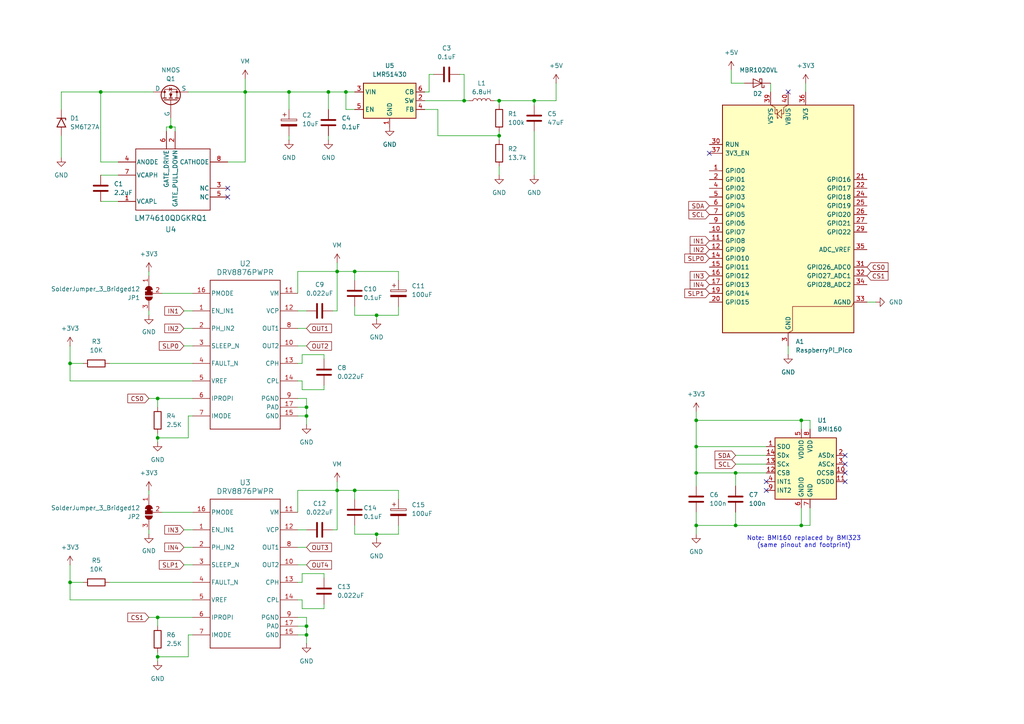
<source format=kicad_sch>
(kicad_sch (version 20250114) (generator "eeschema") (generator_version "9.0")
  (paper "A4")
  (lib_symbols
    (symbol "2025-06-21_14-35-05:LM74610QDGKRQ1" (pin_names (offset 0.254))
      (property "Reference" "U" (at 0 2.54 0))
      (property "Value" "LM74610QDGKRQ1" (at 0.254 -13.462 0))
      (symbol "LM74610QDGKRQ1_0_1"
        (polyline (pts (xy -10.16 8.89) (xy -10.16 -8.89)) (stroke (width 0.2032)))
        (polyline (pts (xy -10.16 -8.89) (xy 11.43 -8.89)) (stroke (width 0.2032)))
        (polyline (pts (xy 11.43 8.89) (xy -10.16 8.89)) (stroke (width 0.2032)))
        (polyline (pts (xy 11.43 -8.89) (xy 11.43 8.89)) (stroke (width 0.2032)))
        (pin power_in line (at -15.24 5.08 0) (length 5.08) (name "ANODE") (number "4"))
        (pin unspecified line (at -15.24 1.27 0) (length 5.08) (name "VCAPH") (number "7"))
        (pin unspecified line (at -15.24 -6.35 0) (length 5.08) (name "VCAPL") (number "1"))
        (pin output line (at -1.27 13.97 270) (length 5.08) (name "GATE_DRIVE") (number "6"))
        (pin unspecified line (at 1.27 13.97 270) (length 5.08) (name "GATE_PULL_DOWN") (number "2"))
        (pin output line (at 16.51 5.08 180) (length 5.08) (name "CATHODE") (number "8"))
        (pin unspecified line (at 16.51 -2.54 180) (length 5.08) (name "NC") (number "3"))
        (pin unspecified line (at 16.51 -5.08 180) (length 5.08) (name "NC") (number "5"))
      )
    )
    (symbol "DRV8876PWPR_1" (pin_names (offset 0.254))
      (property "Reference" "U2" (at 0 38.1 0))
      (property "Value" "DRV8876PWPR" (at -5.08 35.56 0))
      (symbol "DRV8876PWPR_1_0_1"
        (polyline (pts (xy -10.16 21.59) (xy -10.16 -21.59)) (stroke (width 0.2032)))
        (polyline (pts (xy -10.16 -21.59) (xy 10.16 -21.59)) (stroke (width 0.2032)))
        (polyline (pts (xy 10.16 21.59) (xy -10.16 21.59)) (stroke (width 0.2032)))
        (polyline (pts (xy 10.16 -21.59) (xy 10.16 21.59)) (stroke (width 0.2032)))
        (pin input line (at -15.24 17.78 0) (length 5.08) (name "PMODE") (number "16"))
        (pin input line (at -15.24 12.7 0) (length 5.08) (name "EN_IN1") (number "1"))
        (pin input line (at -15.24 7.62 0) (length 5.08) (name "PH_IN2") (number "2"))
        (pin input line (at -15.24 2.54 0) (length 5.08) (name "SLEEP_N") (number "3"))
        (pin open_collector line (at -15.24 -2.54 0) (length 5.08) (name "FAULT_N") (number "4"))
        (pin power_in line (at -15.24 -7.62 0) (length 5.08) (name "VREF") (number "5"))
        (pin output line (at -15.24 -12.7 0) (length 5.08) (name "IPROPI") (number "6"))
        (pin input line (at -15.24 -17.78 0) (length 5.08) (name "IMODE") (number "7"))
        (pin power_in line (at 15.24 17.78 180) (length 5.08) (name "VM") (number "11"))
        (pin power_in line (at 15.24 12.7 180) (length 5.08) (name "VCP") (number "12"))
        (pin output line (at 15.24 7.62 180) (length 5.08) (name "OUT1") (number "8"))
        (pin output line (at 15.24 2.54 180) (length 5.08) (name "OUT2") (number "10"))
        (pin power_in line (at 15.24 -2.54 180) (length 5.08) (name "CPH") (number "13"))
        (pin power_in line (at 15.24 -7.62 180) (length 5.08) (name "CPL") (number "14"))
        (pin power_in line (at 15.24 -12.7 180) (length 5.08) (name "PGND") (number "9"))
        (pin power_in line (at 15.24 -15.24 180) (length 5.08) (name "PAD") (number "17"))
        (pin power_in line (at 15.24 -17.78 180) (length 5.08) (name "GND") (number "15"))
      )
    )
    (symbol "Device:C" (pin_numbers (hide yes)) (pin_names (offset 0.254))
      (property "Reference" "C" (at 0.635 2.54 0))
      (property "Value" "C" (at 0.635 -2.54 0))
      (symbol "C_0_1"
        (polyline (pts (xy -2.032 0.762) (xy 2.032 0.762)) (stroke (width 0.508)))
        (polyline (pts (xy -2.032 -0.762) (xy 2.032 -0.762)) (stroke (width 0.508)))
      )
      (symbol "C_1_1"
        (pin passive line (at 0 3.81 270) (length 2.794) (name "~") (number "1"))
        (pin passive line (at 0 -3.81 90) (length 2.794) (name "~") (number "2"))
      )
    )
    (symbol "Device:C_Polarized" (pin_numbers (hide yes)) (pin_names (offset 0.254))
      (property "Reference" "C" (at 0.635 2.54 0))
      (property "Value" "C_Polarized" (at 0.635 -2.54 0))
      (symbol "C_Polarized_0_1"
        (rectangle (start -2.286 0.508) (end 2.286 1.016))
        (polyline (pts (xy -1.778 2.286) (xy -0.762 2.286)))
        (polyline (pts (xy -1.27 2.794) (xy -1.27 1.778)))
        (rectangle (start 2.286 -0.508) (end -2.286 -1.016) (fill (type outline)))
      )
      (symbol "C_Polarized_1_1"
        (pin passive line (at 0 3.81 270) (length 2.794) (name "~") (number "1"))
        (pin passive line (at 0 -3.81 90) (length 2.794) (name "~") (number "2"))
      )
    )
    (symbol "Device:L" (pin_numbers (hide yes)) (pin_names (offset 1.016) (hide yes))
      (property "Reference" "L" (at -1.27 0 90))
      (property "Value" "L" (at 1.905 0 90))
      (symbol "L_0_1"
        (arc (start 0 2.54) (mid 0.6323 1.905) (end 0 1.27))
        (arc (start 0 1.27) (mid 0.6323 0.635) (end 0 0))
        (arc (start 0 0) (mid 0.6323 -0.635) (end 0 -1.27))
        (arc (start 0 -1.27) (mid 0.6323 -1.905) (end 0 -2.54))
      )
      (symbol "L_1_1"
        (pin passive line (at 0 3.81 270) (length 1.27) (name "1") (number "1"))
        (pin passive line (at 0 -3.81 90) (length 1.27) (name "2") (number "2"))
      )
    )
    (symbol "Device:R" (pin_numbers (hide yes)) (pin_names (offset 0))
      (property "Reference" "R" (at 2.032 0 90))
      (property "Value" "R" (at 0 0 90))
      (symbol "R_0_1"
        (rectangle (start -1.016 -2.54) (end 1.016 2.54) (stroke (width 0.254)))
      )
      (symbol "R_1_1"
        (pin passive line (at 0 3.81 270) (length 1.27) (name "~") (number "1"))
        (pin passive line (at 0 -3.81 90) (length 1.27) (name "~") (number "2"))
      )
    )
    (symbol "Diode:MBR1020VL" (pin_numbers (hide yes)) (pin_names (hide yes))
      (property "Reference" "D" (at 0 2.54 0))
      (property "Value" "MBR1020VL" (at 0 -2.54 0))
      (symbol "MBR1020VL_0_1"
        (polyline (pts (xy -1.905 0.635) (xy -1.905 1.27) (xy -1.27 1.27) (xy -1.27 -1.27) (xy -0.635 -1.27) (xy -0.635 -0.635)) (stroke (width 0.2032)))
        (polyline (pts (xy 1.27 1.27) (xy 1.27 -1.27) (xy -1.27 0) (xy 1.27 1.27)) (stroke (width 0.2032)))
        (polyline (pts (xy 1.27 0) (xy -1.27 0)))
      )
      (symbol "MBR1020VL_1_1"
        (pin passive line (at -3.81 0 0) (length 2.54) (name "K") (number "1"))
        (pin passive line (at 3.81 0 180) (length 2.54) (name "A") (number "2"))
      )
    )
    (symbol "Diode:SM6T27A" (pin_numbers (hide yes)) (pin_names (offset 1.016) (hide yes))
      (property "Reference" "D" (at 0 2.54 0))
      (property "Value" "SM6T27A" (at 0 -2.54 0))
      (symbol "SM6T27A_0_1"
        (polyline (pts (xy -0.762 1.27) (xy -1.27 1.27) (xy -1.27 -1.27)) (stroke (width 0.254)))
        (polyline (pts (xy 1.27 1.27) (xy 1.27 -1.27) (xy -1.27 0) (xy 1.27 1.27)) (stroke (width 0.254)))
      )
      (symbol "SM6T27A_1_1"
        (pin passive line (at -3.81 0 0) (length 2.54) (name "A1") (number "1"))
        (pin passive line (at 3.81 0 180) (length 2.54) (name "A2") (number "2"))
      )
    )
    (symbol "Jumper:SolderJumper_3_Bridged12" (pin_names (offset 0) (hide yes)) (in_bom no)
      (property "Reference" "JP" (at -2.54 -2.54 0))
      (property "Value" "SolderJumper_3_Bridged12" (at 0 2.794 0))
      (symbol "SolderJumper_3_Bridged12_0_1"
        (polyline (pts (xy -2.54 0) (xy -2.032 0)))
        (polyline (pts (xy -1.016 1.016) (xy -1.016 -1.016)))
        (rectangle (start -1.016 0.508) (end -0.508 -0.508) (fill (type outline)))
        (arc (start -1.016 -1.016) (mid -2.0276 0) (end -1.016 1.016))
        (arc (start -1.016 -1.016) (mid -2.0276 0) (end -1.016 1.016) (fill (type outline)))
        (rectangle (start -0.508 1.016) (end 0.508 -1.016) (fill (type outline)))
        (polyline (pts (xy 0 -1.27) (xy 0 -1.016)))
        (arc (start 1.016 1.016) (mid 2.0276 0) (end 1.016 -1.016))
        (arc (start 1.016 1.016) (mid 2.0276 0) (end 1.016 -1.016) (fill (type outline)))
        (polyline (pts (xy 1.016 1.016) (xy 1.016 -1.016)))
        (polyline (pts (xy 2.54 0) (xy 2.032 0)))
      )
      (symbol "SolderJumper_3_Bridged12_1_1"
        (pin passive line (at -5.08 0 0) (length 2.54) (name "A") (number "1"))
        (pin passive line (at 0 -3.81 90) (length 2.54) (name "C") (number "2"))
        (pin passive line (at 5.08 0 180) (length 2.54) (name "B") (number "3"))
      )
    )
    (symbol "MCU_Module:RaspberryPi_Pico" (pin_names (offset 0.762))
      (property "Reference" "A" (at -19.05 35.56 0))
      (property "Value" "RaspberryPi_Pico" (at 7.62 35.56 0))
      (symbol "RaspberryPi_Pico_0_1"
        (rectangle (start -19.05 34.29) (end 19.05 -31.75) (stroke (width 0.254)) (fill (type background)))
        (polyline (pts (xy -5.08 34.29) (xy -3.81 33.655) (xy -3.81 31.75) (xy -3.175 31.75)))
        (polyline (pts (xy -3.429 32.766) (xy -3.429 33.02) (xy -3.175 33.02) (xy -3.175 30.48) (xy -2.921 30.48) (xy -2.921 30.734)))
        (polyline (pts (xy -3.175 31.75) (xy -1.905 33.02) (xy -1.905 30.48) (xy -3.175 31.75)))
        (polyline (pts (xy 0 34.29) (xy -1.27 33.655) (xy -1.27 31.75) (xy -1.905 31.75)))
        (polyline (pts (xy 0 -31.75) (xy 1.27 -31.115) (xy 1.27 -24.13) (xy 18.415 -24.13) (xy 19.05 -22.86)))
      )
      (symbol "RaspberryPi_Pico_1_1"
        (pin passive line (at -22.86 22.86 0) (length 3.81) (name "RUN") (number "30"))
        (pin passive line (at -22.86 20.32 0) (length 3.81) (name "3V3_EN") (number "37"))
        (pin bidirectional line (at -22.86 15.24 0) (length 3.81) (name "GPIO0") (number "1"))
        (pin bidirectional line (at -22.86 12.7 0) (length 3.81) (name "GPIO1") (number "2"))
        (pin bidirectional line (at -22.86 10.16 0) (length 3.81) (name "GPIO2") (number "4"))
        (pin bidirectional line (at -22.86 7.62 0) (length 3.81) (name "GPIO3") (number "5"))
        (pin bidirectional line (at -22.86 5.08 0) (length 3.81) (name "GPIO4") (number "6"))
        (pin bidirectional line (at -22.86 2.54 0) (length 3.81) (name "GPIO5") (number "7"))
        (pin bidirectional line (at -22.86 0 0) (length 3.81) (name "GPIO6") (number "9"))
        (pin bidirectional line (at -22.86 -2.54 0) (length 3.81) (name "GPIO7") (number "10"))
        (pin bidirectional line (at -22.86 -5.08 0) (length 3.81) (name "GPIO8") (number "11"))
        (pin bidirectional line (at -22.86 -7.62 0) (length 3.81) (name "GPIO9") (number "12"))
        (pin bidirectional line (at -22.86 -10.16 0) (length 3.81) (name "GPIO10") (number "14"))
        (pin bidirectional line (at -22.86 -12.7 0) (length 3.81) (name "GPIO11") (number "15"))
        (pin bidirectional line (at -22.86 -15.24 0) (length 3.81) (name "GPIO12") (number "16"))
        (pin bidirectional line (at -22.86 -17.78 0) (length 3.81) (name "GPIO13") (number "17"))
        (pin bidirectional line (at -22.86 -20.32 0) (length 3.81) (name "GPIO14") (number "19"))
        (pin bidirectional line (at -22.86 -22.86 0) (length 3.81) (name "GPIO15") (number "20"))
        (pin power_in line (at -5.08 38.1 270) (length 3.81) (name "VSYS") (number "39"))
        (pin power_out line (at 0 38.1 270) (length 3.81) (name "VBUS") (number "40"))
        (pin passive line (at 0 -35.56 90) (length 3.81) (hide yes) (name "GND") (number "13"))
        (pin passive line (at 0 -35.56 90) (length 3.81) (hide yes) (name "GND") (number "18"))
        (pin passive line (at 0 -35.56 90) (length 3.81) (hide yes) (name "GND") (number "23"))
        (pin passive line (at 0 -35.56 90) (length 3.81) (hide yes) (name "GND") (number "28"))
        (pin power_out line (at 0 -35.56 90) (length 3.81) (name "GND") (number "3"))
        (pin passive line (at 0 -35.56 90) (length 3.81) (hide yes) (name "GND") (number "38"))
        (pin passive line (at 0 -35.56 90) (length 3.81) (hide yes) (name "GND") (number "8"))
        (pin power_out line (at 5.08 38.1 270) (length 3.81) (name "3V3") (number "36"))
        (pin bidirectional line (at 22.86 12.7 180) (length 3.81) (name "GPIO16") (number "21"))
        (pin bidirectional line (at 22.86 10.16 180) (length 3.81) (name "GPIO17") (number "22"))
        (pin bidirectional line (at 22.86 7.62 180) (length 3.81) (name "GPIO18") (number "24"))
        (pin bidirectional line (at 22.86 5.08 180) (length 3.81) (name "GPIO19") (number "25"))
        (pin bidirectional line (at 22.86 2.54 180) (length 3.81) (name "GPIO20") (number "26"))
        (pin bidirectional line (at 22.86 0 180) (length 3.81) (name "GPIO21") (number "27"))
        (pin bidirectional line (at 22.86 -2.54 180) (length 3.81) (name "GPIO22") (number "29"))
        (pin power_in line (at 22.86 -7.62 180) (length 3.81) (name "ADC_VREF") (number "35"))
        (pin bidirectional line (at 22.86 -12.7 180) (length 3.81) (name "GPIO26_ADC0") (number "31"))
        (pin bidirectional line (at 22.86 -15.24 180) (length 3.81) (name "GPIO27_ADC1") (number "32"))
        (pin bidirectional line (at 22.86 -17.78 180) (length 3.81) (name "GPIO28_ADC2") (number "34"))
        (pin power_out line (at 22.86 -22.86 180) (length 3.81) (name "AGND") (number "33"))
      )
    )
    (symbol "Regulator_Switching:LMR51430"
      (property "Reference" "U" (at -7.62 6.35 0))
      (property "Value" "LMR51430" (at 0 6.35 0))
      (symbol "LMR51430_0_1"
        (rectangle (start -7.62 5.08) (end 7.62 -5.08) (stroke (width 0.254)) (fill (type background)))
      )
      (symbol "LMR51430_1_1"
        (pin power_in line (at -10.16 2.54 0) (length 2.54) (name "VIN") (number "3"))
        (pin input line (at -10.16 -2.54 0) (length 2.54) (name "EN") (number "5"))
        (pin power_in line (at 0 -7.62 90) (length 2.54) (name "GND") (number "1"))
        (pin passive line (at 10.16 2.54 180) (length 2.54) (name "CB") (number "6"))
        (pin power_out line (at 10.16 0 180) (length 2.54) (name "SW") (number "2"))
        (pin input line (at 10.16 -2.54 180) (length 2.54) (name "FB") (number "4"))
      )
    )
    (symbol "Sensor_Motion:BMI160"
      (property "Reference" "U" (at -10.16 8.89 0))
      (property "Value" "BMI160" (at 7.62 8.89 0))
      (symbol "BMI160_1_1"
        (rectangle (start -10.16 7.62) (end 7.62 -10.16) (stroke (width 0.254)) (fill (type background)))
        (pin bidirectional line (at -12.7 5.08 0) (length 2.54) (name "SDO") (number "1"))
        (pin bidirectional line (at -12.7 2.54 0) (length 2.54) (name "SDx") (number "14"))
        (pin input line (at -12.7 0 0) (length 2.54) (name "SCx") (number "13"))
        (pin input line (at -12.7 -2.54 0) (length 2.54) (name "CSB") (number "12"))
        (pin bidirectional line (at -12.7 -5.08 0) (length 2.54) (name "INT1") (number "4"))
        (pin bidirectional line (at -12.7 -7.62 0) (length 2.54) (name "INT2") (number "9"))
        (pin power_in line (at -2.54 10.16 270) (length 2.54) (name "VDDIO") (number "5"))
        (pin power_in line (at -2.54 -12.7 90) (length 2.54) (name "GNDIO") (number "6"))
        (pin power_in line (at 0 10.16 270) (length 2.54) (name "VDD") (number "8"))
        (pin power_in line (at 0 -12.7 90) (length 2.54) (name "GND") (number "7"))
        (pin bidirectional line (at 10.16 2.54 180) (length 2.54) (name "ASDx") (number "2"))
        (pin output line (at 10.16 0 180) (length 2.54) (name "ASCx") (number "3"))
        (pin bidirectional line (at 10.16 -2.54 180) (length 2.54) (name "OCSB") (number "10"))
        (pin bidirectional line (at 10.16 -5.08 180) (length 2.54) (name "OSDO") (number "11"))
      )
    )
    (symbol "Simulation_SPICE:NMOS" (pin_numbers (hide yes)) (pin_names (offset 0))
      (property "Reference" "Q" (at 5.08 1.27 0))
      (property "Value" "NMOS" (at 5.08 -1.27 0))
      (symbol "NMOS_0_1"
        (polyline (pts (xy 0.254 1.905) (xy 0.254 -1.905)) (stroke (width 0.254)))
        (polyline (pts (xy 0.254 0) (xy -2.54 0)))
        (polyline (pts (xy 0.762 2.286) (xy 0.762 1.27)) (stroke (width 0.254)))
        (polyline (pts (xy 0.762 0.508) (xy 0.762 -0.508)) (stroke (width 0.254)))
        (polyline (pts (xy 0.762 -1.27) (xy 0.762 -2.286)) (stroke (width 0.254)))
        (polyline (pts (xy 0.762 -1.778) (xy 3.302 -1.778) (xy 3.302 1.778) (xy 0.762 1.778)))
        (polyline (pts (xy 1.016 0) (xy 2.032 0.381) (xy 2.032 -0.381) (xy 1.016 0)) (fill (type outline)))
        (circle (center 1.651 0) (radius 2.794) (stroke (width 0.254)))
        (polyline (pts (xy 2.54 2.54) (xy 2.54 1.778)))
        (circle (center 2.54 1.778) (radius 0.254) (fill (type outline)))
        (circle (center 2.54 -1.778) (radius 0.254) (fill (type outline)))
        (polyline (pts (xy 2.54 -2.54) (xy 2.54 0) (xy 0.762 0)))
        (polyline (pts (xy 2.794 0.508) (xy 2.921 0.381) (xy 3.683 0.381) (xy 3.81 0.254)))
        (polyline (pts (xy 3.302 0.381) (xy 2.921 -0.254) (xy 3.683 -0.254) (xy 3.302 0.381)))
      )
      (symbol "NMOS_1_1"
        (pin input line (at -5.08 0 0) (length 2.54) (name "G") (number "2"))
        (pin passive line (at 2.54 5.08 270) (length 2.54) (name "D") (number "1"))
        (pin passive line (at 2.54 -5.08 90) (length 2.54) (name "S") (number "3"))
      )
    )
    (symbol "power:+3V3" (power) (pin_numbers (hide yes)) (pin_names (offset 0) (hide yes))
      (property "Value" "+3V3" (at 0 3.556 0))
      (symbol "+3V3_0_1"
        (polyline (pts (xy -0.762 1.27) (xy 0 2.54)))
        (polyline (pts (xy 0 2.54) (xy 0.762 1.27)))
        (polyline (pts (xy 0 0) (xy 0 2.54)))
      )
      (symbol "+3V3_1_1"
        (pin power_in line (at 0 0 90) (length 0) (name "~") (number "1"))
      )
    )
    (symbol "power:+5V" (power) (pin_numbers (hide yes)) (pin_names (offset 0) (hide yes))
      (property "Value" "+5V" (at 0 3.556 0))
      (symbol "+5V_0_1"
        (polyline (pts (xy -0.762 1.27) (xy 0 2.54)))
        (polyline (pts (xy 0 2.54) (xy 0.762 1.27)))
        (polyline (pts (xy 0 0) (xy 0 2.54)))
      )
      (symbol "+5V_1_1"
        (pin power_in line (at 0 0 90) (length 0) (name "~") (number "1"))
      )
    )
    (symbol "power:GND" (power) (pin_numbers (hide yes)) (pin_names (offset 0) (hide yes))
      (property "Value" "GND" (at 0 -3.81 0))
      (symbol "GND_0_1"
        (polyline (pts (xy 0 0) (xy 0 -1.27) (xy 1.27 -1.27) (xy 0 -2.54) (xy -1.27 -1.27) (xy 0 -1.27)))
      )
      (symbol "GND_1_1"
        (pin power_in line (at 0 0 270) (length 0) (name "~") (number "1"))
      )
    )
    (symbol "power:VMEM" (power) (pin_numbers (hide yes)) (pin_names (offset 0) (hide yes))
      (property "Value" "VMEM" (at 0 3.556 0))
      (symbol "VMEM_0_1"
        (polyline (pts (xy -0.762 1.27) (xy 0 2.54)))
        (polyline (pts (xy 0 2.54) (xy 0.762 1.27)))
        (polyline (pts (xy 0 0) (xy 0 2.54)))
      )
      (symbol "VMEM_1_1"
        (pin power_in line (at 0 0 90) (length 0) (name "~") (number "1"))
      )
    )
  )
  (text "Note: BMI160 replaced by BMI323\n(same pinout and footprint)" (at 233.172 157.226 0) (effects (font (size 1.27 1.27))))
  (junction (at 45.72 179.07))
  (junction (at 88.9 120.65))
  (junction (at 213.36 137.16))
  (junction (at 144.78 39.37))
  (junction (at 154.94 29.21))
  (junction (at 88.9 118.11))
  (junction (at 45.72 190.5))
  (junction (at 100.33 26.67))
  (junction (at 29.21 26.67))
  (junction (at 201.93 121.92))
  (junction (at 232.41 152.4))
  (junction (at 232.41 121.92))
  (junction (at 45.72 115.57))
  (junction (at 102.87 142.24))
  (junction (at 20.32 105.41))
  (junction (at 71.12 26.67))
  (junction (at 109.22 154.94))
  (junction (at 201.93 152.4))
  (junction (at 109.22 91.44))
  (junction (at 88.9 181.61))
  (junction (at 49.53 36.83))
  (junction (at 20.32 168.91))
  (junction (at 134.62 29.21))
  (junction (at 102.87 78.74))
  (junction (at 213.36 152.4))
  (junction (at 83.82 26.67))
  (junction (at 201.93 137.16))
  (junction (at 144.78 29.21))
  (junction (at 45.72 127))
  (junction (at 95.25 26.67))
  (junction (at 97.79 78.74))
  (junction (at 88.9 184.15))
  (junction (at 201.93 129.54))
  (junction (at 97.79 142.24))
  (no_connect (at 66.04 57.15))
  (no_connect (at 245.11 134.62))
  (no_connect (at 222.25 139.7))
  (no_connect (at 205.74 44.45))
  (no_connect (at 66.04 54.61))
  (no_connect (at 222.25 142.24))
  (no_connect (at 245.11 137.16))
  (no_connect (at 245.11 139.7))
  (no_connect (at 228.6 26.67))
  (no_connect (at 245.11 132.08))
  (wire (pts (xy 86.36 184.15) (xy 88.9 184.15)))
  (wire (pts (xy 86.36 110.49) (xy 87.63 110.49)))
  (wire (pts (xy 87.63 113.03) (xy 93.98 113.03)))
  (wire (pts (xy 53.34 163.83) (xy 55.88 163.83)))
  (wire (pts (xy 88.9 181.61) (xy 88.9 184.15)))
  (wire (pts (xy 95.25 26.67) (xy 100.33 26.67)))
  (wire (pts (xy 43.18 78.74) (xy 43.18 80.01)))
  (wire (pts (xy 102.87 142.24) (xy 102.87 144.78)))
  (wire (pts (xy 102.87 78.74) (xy 102.87 81.28)))
  (wire (pts (xy 213.36 132.08) (xy 222.25 132.08)))
  (wire (pts (xy 86.36 153.67) (xy 88.9 153.67)))
  (wire (pts (xy 53.34 90.17) (xy 55.88 90.17)))
  (wire (pts (xy 213.36 148.59) (xy 213.36 152.4)))
  (wire (pts (xy 55.88 173.99) (xy 20.32 173.99)))
  (wire (pts (xy 201.93 152.4) (xy 213.36 152.4)))
  (wire (pts (xy 127 39.37) (xy 144.78 39.37)))
  (wire (pts (xy 31.75 168.91) (xy 55.88 168.91)))
  (wire (pts (xy 49.53 34.29) (xy 49.53 36.83)))
  (wire (pts (xy 88.9 184.15) (xy 88.9 186.69)))
  (wire (pts (xy 20.32 168.91) (xy 24.13 168.91)))
  (wire (pts (xy 213.36 137.16) (xy 213.36 140.97)))
  (wire (pts (xy 44.45 26.67) (xy 29.21 26.67)))
  (wire (pts (xy 86.36 90.17) (xy 88.9 90.17)))
  (wire (pts (xy 234.95 121.92) (xy 232.41 121.92)))
  (wire (pts (xy 45.72 179.07) (xy 45.72 181.61)))
  (wire (pts (xy 46.99 85.09) (xy 55.88 85.09)))
  (wire (pts (xy 20.32 110.49) (xy 20.32 105.41)))
  (wire (pts (xy 133.35 21.59) (xy 134.62 21.59)))
  (wire (pts (xy 212.09 20.32) (xy 212.09 24.13)))
  (wire (pts (xy 102.87 91.44) (xy 109.22 91.44)))
  (wire (pts (xy 86.36 158.75) (xy 88.9 158.75)))
  (wire (pts (xy 86.36 120.65) (xy 88.9 120.65)))
  (wire (pts (xy 71.12 22.86) (xy 71.12 26.67)))
  (wire (pts (xy 154.94 38.1) (xy 154.94 50.8)))
  (wire (pts (xy 55.88 110.49) (xy 20.32 110.49)))
  (wire (pts (xy 45.72 115.57) (xy 45.72 118.11)))
  (wire (pts (xy 123.19 31.75) (xy 127 31.75)))
  (wire (pts (xy 212.09 24.13) (xy 215.9 24.13)))
  (wire (pts (xy 115.57 91.44) (xy 109.22 91.44)))
  (wire (pts (xy 144.78 29.21) (xy 154.94 29.21)))
  (wire (pts (xy 87.63 173.99) (xy 87.63 176.53)))
  (wire (pts (xy 48.26 36.83) (xy 48.26 38.1)))
  (wire (pts (xy 161.29 29.21) (xy 154.94 29.21)))
  (wire (pts (xy 54.61 190.5) (xy 45.72 190.5)))
  (wire (pts (xy 86.36 142.24) (xy 86.36 148.59)))
  (wire (pts (xy 88.9 118.11) (xy 88.9 120.65)))
  (wire (pts (xy 201.93 148.59) (xy 201.93 152.4)))
  (wire (pts (xy 102.87 142.24) (xy 115.57 142.24)))
  (wire (pts (xy 87.63 176.53) (xy 93.98 176.53)))
  (wire (pts (xy 143.51 29.21) (xy 144.78 29.21)))
  (wire (pts (xy 115.57 88.9) (xy 115.57 91.44)))
  (wire (pts (xy 71.12 26.67) (xy 83.82 26.67)))
  (wire (pts (xy 54.61 184.15) (xy 55.88 184.15)))
  (wire (pts (xy 93.98 102.87) (xy 87.63 102.87)))
  (wire (pts (xy 43.18 142.24) (xy 43.18 143.51)))
  (wire (pts (xy 87.63 110.49) (xy 87.63 113.03)))
  (wire (pts (xy 134.62 29.21) (xy 135.89 29.21)))
  (wire (pts (xy 93.98 113.03) (xy 93.98 111.76)))
  (wire (pts (xy 100.33 26.67) (xy 102.87 26.67)))
  (wire (pts (xy 87.63 105.41) (xy 86.36 105.41)))
  (wire (pts (xy 55.88 179.07) (xy 45.72 179.07)))
  (wire (pts (xy 213.36 152.4) (xy 232.41 152.4)))
  (wire (pts (xy 95.25 39.37) (xy 95.25 40.64)))
  (wire (pts (xy 43.18 115.57) (xy 45.72 115.57)))
  (wire (pts (xy 86.36 173.99) (xy 87.63 173.99)))
  (wire (pts (xy 86.36 179.07) (xy 88.9 179.07)))
  (wire (pts (xy 45.72 125.73) (xy 45.72 127)))
  (wire (pts (xy 97.79 142.24) (xy 97.79 153.67)))
  (wire (pts (xy 54.61 120.65) (xy 55.88 120.65)))
  (wire (pts (xy 50.8 36.83) (xy 49.53 36.83)))
  (wire (pts (xy 86.36 78.74) (xy 97.79 78.74)))
  (wire (pts (xy 29.21 50.8) (xy 34.29 50.8)))
  (wire (pts (xy 86.36 95.25) (xy 88.9 95.25)))
  (wire (pts (xy 223.52 24.13) (xy 223.52 26.67)))
  (wire (pts (xy 100.33 31.75) (xy 100.33 26.67)))
  (wire (pts (xy 232.41 147.32) (xy 232.41 152.4)))
  (wire (pts (xy 213.36 134.62) (xy 222.25 134.62)))
  (wire (pts (xy 53.34 153.67) (xy 55.88 153.67)))
  (wire (pts (xy 17.78 26.67) (xy 29.21 26.67)))
  (wire (pts (xy 20.32 173.99) (xy 20.32 168.91)))
  (wire (pts (xy 124.46 21.59) (xy 124.46 26.67)))
  (wire (pts (xy 201.93 129.54) (xy 201.93 137.16)))
  (wire (pts (xy 201.93 119.38) (xy 201.93 121.92)))
  (wire (pts (xy 144.78 38.1) (xy 144.78 39.37)))
  (wire (pts (xy 201.93 152.4) (xy 201.93 154.94)))
  (wire (pts (xy 115.57 154.94) (xy 109.22 154.94)))
  (wire (pts (xy 29.21 58.42) (xy 34.29 58.42)))
  (wire (pts (xy 102.87 78.74) (xy 115.57 78.74)))
  (wire (pts (xy 234.95 152.4) (xy 234.95 147.32)))
  (wire (pts (xy 228.6 100.33) (xy 228.6 102.87)))
  (wire (pts (xy 93.98 167.64) (xy 93.98 166.37)))
  (wire (pts (xy 71.12 46.99) (xy 71.12 26.67)))
  (wire (pts (xy 88.9 120.65) (xy 88.9 123.19)))
  (wire (pts (xy 17.78 39.37) (xy 17.78 45.72)))
  (wire (pts (xy 144.78 29.21) (xy 144.78 30.48)))
  (wire (pts (xy 86.36 100.33) (xy 88.9 100.33)))
  (wire (pts (xy 54.61 120.65) (xy 54.61 127)))
  (wire (pts (xy 109.22 154.94) (xy 109.22 156.21)))
  (wire (pts (xy 97.79 78.74) (xy 97.79 90.17)))
  (wire (pts (xy 20.32 100.33) (xy 20.32 105.41)))
  (wire (pts (xy 86.36 78.74) (xy 86.36 85.09)))
  (wire (pts (xy 213.36 137.16) (xy 222.25 137.16)))
  (wire (pts (xy 54.61 184.15) (xy 54.61 190.5)))
  (wire (pts (xy 46.99 148.59) (xy 55.88 148.59)))
  (wire (pts (xy 71.12 26.67) (xy 54.61 26.67)))
  (wire (pts (xy 161.29 24.13) (xy 161.29 29.21)))
  (wire (pts (xy 31.75 105.41) (xy 55.88 105.41)))
  (wire (pts (xy 115.57 152.4) (xy 115.57 154.94)))
  (wire (pts (xy 86.36 163.83) (xy 88.9 163.83)))
  (wire (pts (xy 53.34 100.33) (xy 55.88 100.33)))
  (wire (pts (xy 86.36 142.24) (xy 97.79 142.24)))
  (wire (pts (xy 49.53 36.83) (xy 48.26 36.83)))
  (wire (pts (xy 95.25 31.75) (xy 95.25 26.67)))
  (wire (pts (xy 134.62 21.59) (xy 134.62 29.21)))
  (wire (pts (xy 154.94 29.21) (xy 154.94 30.48)))
  (wire (pts (xy 43.18 153.67) (xy 43.18 154.94)))
  (wire (pts (xy 109.22 91.44) (xy 109.22 92.71)))
  (wire (pts (xy 124.46 21.59) (xy 125.73 21.59)))
  (wire (pts (xy 232.41 124.46) (xy 232.41 121.92)))
  (wire (pts (xy 88.9 179.07) (xy 88.9 181.61)))
  (wire (pts (xy 97.79 142.24) (xy 102.87 142.24)))
  (wire (pts (xy 87.63 168.91) (xy 86.36 168.91)))
  (wire (pts (xy 45.72 190.5) (xy 45.72 191.77)))
  (wire (pts (xy 54.61 127) (xy 45.72 127)))
  (wire (pts (xy 115.57 142.24) (xy 115.57 144.78)))
  (wire (pts (xy 102.87 88.9) (xy 102.87 91.44)))
  (wire (pts (xy 97.79 78.74) (xy 102.87 78.74)))
  (wire (pts (xy 97.79 139.7) (xy 97.79 142.24)))
  (wire (pts (xy 144.78 48.26) (xy 144.78 50.8)))
  (wire (pts (xy 43.18 90.17) (xy 43.18 91.44)))
  (wire (pts (xy 93.98 104.14) (xy 93.98 102.87)))
  (wire (pts (xy 123.19 29.21) (xy 134.62 29.21)))
  (wire (pts (xy 124.46 26.67) (xy 123.19 26.67)))
  (wire (pts (xy 201.93 121.92) (xy 232.41 121.92)))
  (wire (pts (xy 144.78 39.37) (xy 144.78 40.64)))
  (wire (pts (xy 53.34 95.25) (xy 55.88 95.25)))
  (wire (pts (xy 86.36 118.11) (xy 88.9 118.11)))
  (wire (pts (xy 102.87 152.4) (xy 102.87 154.94)))
  (wire (pts (xy 50.8 38.1) (xy 50.8 36.83)))
  (wire (pts (xy 83.82 39.37) (xy 83.82 40.64)))
  (wire (pts (xy 93.98 166.37) (xy 87.63 166.37)))
  (wire (pts (xy 127 31.75) (xy 127 39.37)))
  (wire (pts (xy 87.63 166.37) (xy 87.63 168.91)))
  (wire (pts (xy 93.98 176.53) (xy 93.98 175.26)))
  (wire (pts (xy 115.57 78.74) (xy 115.57 81.28)))
  (wire (pts (xy 251.46 87.63) (xy 254 87.63)))
  (wire (pts (xy 29.21 46.99) (xy 34.29 46.99)))
  (wire (pts (xy 201.93 129.54) (xy 222.25 129.54)))
  (wire (pts (xy 66.04 46.99) (xy 71.12 46.99)))
  (wire (pts (xy 43.18 179.07) (xy 45.72 179.07)))
  (wire (pts (xy 17.78 31.75) (xy 17.78 26.67)))
  (wire (pts (xy 55.88 115.57) (xy 45.72 115.57)))
  (wire (pts (xy 29.21 26.67) (xy 29.21 46.99)))
  (wire (pts (xy 234.95 124.46) (xy 234.95 121.92)))
  (wire (pts (xy 233.68 24.13) (xy 233.68 26.67)))
  (wire (pts (xy 201.93 140.97) (xy 201.93 137.16)))
  (wire (pts (xy 232.41 152.4) (xy 234.95 152.4)))
  (wire (pts (xy 201.93 137.16) (xy 213.36 137.16)))
  (wire (pts (xy 53.34 158.75) (xy 55.88 158.75)))
  (wire (pts (xy 97.79 153.67) (xy 96.52 153.67)))
  (wire (pts (xy 201.93 121.92) (xy 201.93 129.54)))
  (wire (pts (xy 83.82 26.67) (xy 83.82 31.75)))
  (wire (pts (xy 102.87 154.94) (xy 109.22 154.94)))
  (wire (pts (xy 20.32 163.83) (xy 20.32 168.91)))
  (wire (pts (xy 83.82 26.67) (xy 95.25 26.67)))
  (wire (pts (xy 86.36 181.61) (xy 88.9 181.61)))
  (wire (pts (xy 45.72 189.23) (xy 45.72 190.5)))
  (wire (pts (xy 87.63 102.87) (xy 87.63 105.41)))
  (wire (pts (xy 88.9 115.57) (xy 88.9 118.11)))
  (wire (pts (xy 102.87 31.75) (xy 100.33 31.75)))
  (wire (pts (xy 97.79 76.2) (xy 97.79 78.74)))
  (wire (pts (xy 45.72 127) (xy 45.72 128.27)))
  (wire (pts (xy 20.32 105.41) (xy 24.13 105.41)))
  (wire (pts (xy 86.36 115.57) (xy 88.9 115.57)))
  (wire (pts (xy 97.79 90.17) (xy 96.52 90.17)))
  (global_label "IN2" (shape input) (at 205.74 72.39 180) (property "Intersheetrefs" "${INTERSHEET_REFS}" (effects (hide yes))))
  (global_label "SCL" (shape input) (at 213.36 134.62 180) (property "Intersheetrefs" "${INTERSHEET_REFS}" (effects (hide yes))))
  (global_label "IN1" (shape input) (at 205.74 69.85 180) (property "Intersheetrefs" "${INTERSHEET_REFS}" (effects (hide yes))))
  (global_label "IN3" (shape input) (at 205.74 80.01 180) (property "Intersheetrefs" "${INTERSHEET_REFS}" (effects (hide yes))))
  (global_label "IN4" (shape input) (at 205.74 82.55 180) (property "Intersheetrefs" "${INTERSHEET_REFS}" (effects (hide yes))))
  (global_label "IN2" (shape input) (at 53.34 95.25 180) (property "Intersheetrefs" "${INTERSHEET_REFS}" (effects (hide yes))))
  (global_label "SLP0" (shape input) (at 205.74 74.93 180) (property "Intersheetrefs" "${INTERSHEET_REFS}" (effects (hide yes))))
  (global_label "SCL" (shape input) (at 205.74 62.23 180) (property "Intersheetrefs" "${INTERSHEET_REFS}" (effects (hide yes))))
  (global_label "SLP1" (shape input) (at 205.74 85.09 180) (property "Intersheetrefs" "${INTERSHEET_REFS}" (effects (hide yes))))
  (global_label "CS0" (shape input) (at 251.46 77.47 0) (property "Intersheetrefs" "${INTERSHEET_REFS}" (effects (hide yes))))
  (global_label "OUT4" (shape input) (at 88.9 163.83 0) (property "Intersheetrefs" "${INTERSHEET_REFS}" (effects (hide yes))))
  (global_label "SDA" (shape input) (at 205.74 59.69 180) (property "Intersheetrefs" "${INTERSHEET_REFS}" (effects (hide yes))))
  (global_label "SLP0" (shape input) (at 53.34 100.33 180) (property "Intersheetrefs" "${INTERSHEET_REFS}" (effects (hide yes))))
  (global_label "CS0" (shape input) (at 43.18 115.57 180) (property "Intersheetrefs" "${INTERSHEET_REFS}" (effects (hide yes))))
  (global_label "SLP1" (shape input) (at 53.34 163.83 180) (property "Intersheetrefs" "${INTERSHEET_REFS}" (effects (hide yes))))
  (global_label "CS1" (shape input) (at 251.46 80.01 0) (property "Intersheetrefs" "${INTERSHEET_REFS}" (effects (hide yes))))
  (global_label "SDA" (shape input) (at 213.36 132.08 180) (property "Intersheetrefs" "${INTERSHEET_REFS}" (effects (hide yes))))
  (global_label "OUT3" (shape input) (at 88.9 158.75 0) (property "Intersheetrefs" "${INTERSHEET_REFS}" (effects (hide yes))))
  (global_label "IN3" (shape input) (at 53.34 153.67 180) (property "Intersheetrefs" "${INTERSHEET_REFS}" (effects (hide yes))))
  (global_label "OUT2" (shape input) (at 88.9 100.33 0) (property "Intersheetrefs" "${INTERSHEET_REFS}" (effects (hide yes))))
  (global_label "OUT1" (shape input) (at 88.9 95.25 0) (property "Intersheetrefs" "${INTERSHEET_REFS}" (effects (hide yes))))
  (global_label "IN4" (shape input) (at 53.34 158.75 180) (property "Intersheetrefs" "${INTERSHEET_REFS}" (effects (hide yes))))
  (global_label "CS1" (shape input) (at 43.18 179.07 180) (property "Intersheetrefs" "${INTERSHEET_REFS}" (effects (hide yes))))
  (global_label "IN1" (shape input) (at 53.34 90.17 180) (property "Intersheetrefs" "${INTERSHEET_REFS}" (effects (hide yes))))
  (symbol (lib_id "power:GND") (at 17.78 45.72 0) (unit 1)
    (property "Reference" "#PWR015" (effects (hide yes)))
    (property "Value" "GND" (at 17.78 50.8 0))
    (property "Description" "Power symbol creates a global label with name \"GND\" , ground" (effects (hide yes)))
  )
  (symbol (lib_id "Jumper:SolderJumper_3_Bridged12") (at 43.18 85.09 90) (mirror x) (unit 1) (in_bom no)
    (property "Reference" "JP1" (at 40.64 86.3601 90) (effects (justify left)))
    (property "Value" "SolderJumper_3_Bridged12" (at 40.64 83.8201 90) (effects (justify left)))
    (property "Footprint" "Jumper:SolderJumper-3_P1.3mm_Bridged12_Pad1.0x1.5mm_NumberLabels" (effects (hide yes)))
    (property "Description" "3-pole Solder Jumper, pins 1+2 closed/bridged" (effects (hide yes)))
  )
  (symbol (lib_id "power:+3V3") (at 233.68 24.13 0) (unit 1)
    (property "Reference" "#PWR09" (effects (hide yes)))
    (property "Value" "+3V3" (at 233.68 19.05 0))
    (property "Description" "Power symbol creates a global label with name \"+3V3\"" (effects (hide yes)))
  )
  (symbol (lib_id "Jumper:SolderJumper_3_Bridged12") (at 43.18 148.59 90) (mirror x) (unit 1) (in_bom no)
    (property "Reference" "JP2" (at 40.64 149.8601 90) (effects (justify left)))
    (property "Value" "SolderJumper_3_Bridged12" (at 40.64 147.3201 90) (effects (justify left)))
    (property "Footprint" "Jumper:SolderJumper-3_P1.3mm_Bridged12_Pad1.0x1.5mm_NumberLabels" (effects (hide yes)))
    (property "Description" "3-pole Solder Jumper, pins 1+2 closed/bridged" (effects (hide yes)))
  )
  (symbol (lib_id "Device:C") (at 92.71 90.17 90) (unit 1)
    (property "Reference" "C9" (at 92.71 82.55 90))
    (property "Value" "0.022uF" (at 92.71 85.09 90))
    (property "Description" "Unpolarized capacitor" (effects (hide yes)))
  )
  (symbol (lib_id "Device:C") (at 129.54 21.59 90) (unit 1)
    (property "Reference" "C3" (at 129.54 13.97 90))
    (property "Value" "0.1uF" (at 129.54 16.51 90))
    (property "Description" "Unpolarized capacitor" (effects (hide yes)))
  )
  (symbol (lib_id "Sensor_Motion:BMI160") (at 234.95 134.62 0) (unit 1)
    (property "Reference" "U1" (at 237.0933 121.92 0) (effects (justify left)))
    (property "Value" "BMI160" (at 237.0933 124.46 0) (effects (justify left)))
    (property "Footprint" "Package_LGA:Bosch_LGA-14_3x2.5mm_P0.5mm" (effects (hide yes)))
    (property "Datasheet" "https://www.bosch-sensortec.com/media/boschsensortec/downloads/datasheets/bst-bmi160-ds000.pdf" (effects (hide yes)))
    (property "Description" "Small, low power inertial measurement unit, LGA-14" (effects (hide yes)))
  )
  (symbol (lib_id "power:GND") (at 43.18 154.94 0) (unit 1)
    (property "Reference" "#PWR024" (effects (hide yes)))
    (property "Value" "GND" (at 43.18 159.766 0))
    (property "Description" "Power symbol creates a global label with name \"GND\" , ground" (effects (hide yes)))
  )
  (symbol (lib_id "power:VMEM") (at 71.12 22.86 0) (unit 1)
    (property "Reference" "#PWR013" (effects (hide yes)))
    (property "Value" "VM" (at 71.12 17.78 0))
    (property "Description" "Power symbol creates a global label with name \"VMEM\"" (effects (hide yes)))
  )
  (symbol (lib_id "power:VMEM") (at 97.79 76.2 0) (unit 1)
    (property "Reference" "#PWR016" (effects (hide yes)))
    (property "Value" "VM" (at 97.79 71.12 0))
    (property "Description" "Power symbol creates a global label with name \"VMEM\"" (effects (hide yes)))
  )
  (symbol (lib_id "power:+3V3") (at 43.18 78.74 0) (unit 1)
    (property "Reference" "#PWR020" (effects (hide yes)))
    (property "Value" "+3V3" (at 43.18 73.66 0))
    (property "Description" "Power symbol creates a global label with name \"+3V3\"" (effects (hide yes)))
  )
  (symbol (lib_id "power:+3V3") (at 20.32 100.33 0) (unit 1)
    (property "Reference" "#PWR018" (effects (hide yes)))
    (property "Value" "+3V3" (at 20.32 95.25 0))
    (property "Description" "Power symbol creates a global label with name \"+3V3\"" (effects (hide yes)))
  )
  (symbol (lib_id "power:GND") (at 113.03 36.83 0) (unit 1)
    (property "Reference" "#PWR02" (effects (hide yes)))
    (property "Value" "GND" (at 113.03 41.91 0))
    (property "Description" "Power symbol creates a global label with name \"GND\" , ground" (effects (hide yes)))
  )
  (symbol (lib_id "Simulation_SPICE:NMOS") (at 49.53 29.21 90) (unit 1)
    (property "Reference" "Q1" (at 49.53 22.86 90))
    (property "Value" "NMOS" (at 49.53 20.32 90))
    (property "Datasheet" "https://ngspice.sourceforge.io/docs/ngspice-html-manual/manual.xhtml#cha_MOSFETs" (effects (hide yes)))
    (property "Description" "N-MOSFET transistor, drain/source/gate" (effects (hide yes)))
    (property "Sim.Device" "NMOS" (effects (hide yes)))
    (property "Sim.Type" "VDMOS" (effects (hide yes)))
    (property "Sim.Pins" "1=D 2=G 3=S" (effects (hide yes)))
  )
  (symbol (lib_id "2025-06-21_14-35-05:LM74610QDGKRQ1") (at 49.53 52.07 0) (unit 1)
    (property "Reference" "U4" (at 49.53 66.548 0) (effects (font (size 1.524 1.524))))
    (property "Value" "LM74610QDGKRQ1" (at 49.53 63.246 0) (effects (font (size 1.524 1.524))))
    (property "Footprint" "DGK0008A_N" (effects (hide yes)))
    (property "Datasheet" "LM74610QDGKRQ1" (effects (hide yes)))
  )
  (symbol (lib_id "power:+5V") (at 212.09 20.32 0) (unit 1)
    (property "Reference" "#PWR012" (effects (hide yes)))
    (property "Value" "+5V" (at 212.09 15.24 0))
    (property "Description" "Power symbol creates a global label with name \"+5V\"" (effects (hide yes)))
  )
  (symbol (lib_id "Device:C_Polarized") (at 83.82 35.56 0) (unit 1)
    (property "Reference" "C2" (at 87.63 33.4009 0) (effects (justify left)))
    (property "Value" "10uF" (at 87.63 35.9409 0) (effects (justify left)))
    (property "Description" "Polarized capacitor" (effects (hide yes)))
  )
  (symbol (lib_id "Device:C") (at 102.87 148.59 0) (unit 1)
    (property "Reference" "C14" (at 105.41 147.32 0) (effects (justify left)))
    (property "Value" "0.1uF" (at 105.41 149.86 0) (effects (justify left)))
    (property "Description" "Unpolarized capacitor" (effects (hide yes)))
  )
  (symbol (lib_id "power:GND") (at 154.94 50.8 0) (unit 1)
    (property "Reference" "#PWR05" (effects (hide yes)))
    (property "Value" "GND" (at 154.94 55.88 0))
    (property "Description" "Power symbol creates a global label with name \"GND\" , ground" (effects (hide yes)))
  )
  (symbol (lib_id "power:GND") (at 254 87.63 90) (unit 1)
    (property "Reference" "#PWR07" (effects (hide yes)))
    (property "Value" "GND" (at 257.81 87.6299 90) (effects (justify right)))
    (property "Description" "Power symbol creates a global label with name \"GND\" , ground" (effects (hide yes)))
  )
  (symbol (lib_id "Device:R") (at 27.94 105.41 90) (unit 1)
    (property "Reference" "R3" (at 27.94 99.06 90))
    (property "Value" "10K" (at 27.94 101.6 90))
    (property "Description" "Resistor" (effects (hide yes)))
  )
  (symbol (lib_id "Device:R") (at 144.78 34.29 0) (unit 1)
    (property "Reference" "R1" (at 147.32 33.0199 0) (effects (justify left)))
    (property "Value" "100k" (at 147.32 35.5599 0) (effects (justify left)))
    (property "Description" "Resistor" (effects (hide yes)))
  )
  (symbol (lib_id "power:GND") (at 109.22 92.71 0) (unit 1)
    (property "Reference" "#PWR022" (effects (hide yes)))
    (property "Value" "GND" (at 109.22 97.79 0))
    (property "Description" "Power symbol creates a global label with name \"GND\" , ground" (effects (hide yes)))
  )
  (symbol (lib_id "Device:R") (at 45.72 185.42 180) (unit 1)
    (property "Reference" "R6" (at 48.26 184.1499 0) (effects (justify right)))
    (property "Value" "2.5K" (at 48.26 186.6899 0) (effects (justify right)))
    (property "Description" "Resistor" (effects (hide yes)))
  )
  (symbol (lib_id "Device:C") (at 95.25 35.56 0) (unit 1)
    (property "Reference" "C4" (at 99.06 34.2899 0) (effects (justify left)))
    (property "Value" "0.1uF" (at 99.06 36.8299 0) (effects (justify left)))
    (property "Description" "Unpolarized capacitor" (effects (hide yes)))
  )
  (symbol (lib_id "Device:C") (at 154.94 34.29 0) (unit 1)
    (property "Reference" "C5" (at 158.75 33.0199 0) (effects (justify left)))
    (property "Value" "47uF" (at 158.75 35.5599 0) (effects (justify left)))
    (property "Description" "Unpolarized capacitor" (effects (hide yes)))
  )
  (symbol (lib_id "Regulator_Switching:LMR51430") (at 113.03 29.21 0) (unit 1)
    (property "Reference" "U5" (at 113.03 19.05 0))
    (property "Value" "LMR51430" (at 113.03 21.59 0))
    (property "Footprint" "Package_TO_SOT_SMD:SOT-23-6" (effects (hide yes)))
    (property "Datasheet" "https://www.ti.com/lit/ds/symlink/lmr51430.pdf" (effects (hide yes)))
    (property "Description" "4.5-V to 36-V, 3-A synchronous buck converter with 40-µA IQ, SOT-23-6" (effects (hide yes)))
  )
  (symbol (lib_id "power:GND") (at 88.9 123.19 0) (unit 1)
    (property "Reference" "#PWR014" (effects (hide yes)))
    (property "Value" "GND" (at 88.9 128.27 0))
    (property "Description" "Power symbol creates a global label with name \"GND\" , ground" (effects (hide yes)))
  )
  (symbol (lib_id "power:VMEM") (at 97.79 139.7 0) (unit 1)
    (property "Reference" "#PWR027" (effects (hide yes)))
    (property "Value" "VM" (at 97.79 134.62 0))
    (property "Description" "Power symbol creates a global label with name \"VMEM\"" (effects (hide yes)))
  )
  (symbol (lib_id "power:GND") (at 45.72 128.27 0) (unit 1)
    (property "Reference" "#PWR021" (effects (hide yes)))
    (property "Value" "GND" (at 45.72 133.35 0))
    (property "Description" "Power symbol creates a global label with name \"GND\" , ground" (effects (hide yes)))
  )
  (symbol (lib_id "power:GND") (at 109.22 156.21 0) (unit 1)
    (property "Reference" "#PWR028" (effects (hide yes)))
    (property "Value" "GND" (at 109.22 161.29 0))
    (property "Description" "Power symbol creates a global label with name \"GND\" , ground" (effects (hide yes)))
  )
  (symbol (lib_id "Diode:MBR1020VL") (at 219.71 24.13 180) (unit 1)
    (property "Reference" "D2" (at 219.71 27.178 0))
    (property "Value" "MBR1020VL" (at 220.0275 20.32 0))
    (property "Footprint" "Diode_SMD:D_SOD-123F" (effects (hide yes)))
    (property "Datasheet" "https://www.onsemi.com/pub/Collateral/MBR1020VL-D.PDF" (effects (hide yes)))
    (property "Description" "20V, 1A, 340 mV, Schottky Diode Rectifier, SOD-123F" (effects (hide yes)))
  )
  (symbol (lib_id "Device:C") (at 93.98 107.95 0) (unit 1)
    (property "Reference" "C8" (at 97.79 106.6799 0) (effects (justify left)))
    (property "Value" "0.022uF" (at 97.79 109.2199 0) (effects (justify left)))
    (property "Description" "Unpolarized capacitor" (effects (hide yes)))
  )
  (symbol (lib_id "Device:C") (at 213.36 144.78 0) (unit 1)
    (property "Reference" "C7" (at 217.17 143.5099 0) (effects (justify left)))
    (property "Value" "100n" (at 217.17 146.0499 0) (effects (justify left)))
    (property "Description" "Unpolarized capacitor" (effects (hide yes)))
  )
  (symbol (lib_id "Device:R") (at 45.72 121.92 180) (unit 1)
    (property "Reference" "R4" (at 48.26 120.6499 0) (effects (justify right)))
    (property "Value" "2.5K" (at 48.26 123.1899 0) (effects (justify right)))
    (property "Description" "Resistor" (effects (hide yes)))
  )
  (symbol (lib_id "Device:C") (at 29.21 54.61 0) (unit 1)
    (property "Reference" "C1" (at 33.02 53.3399 0) (effects (justify left)))
    (property "Value" "2.2uF" (at 33.02 55.8799 0) (effects (justify left)))
    (property "Description" "Unpolarized capacitor" (effects (hide yes)))
  )
  (symbol (lib_name "DRV8876PWPR_1") (lib_id "2025-06-21_13-03-58:DRV8876PWPR") (at 71.12 102.87 0) (unit 1)
    (property "Reference" "U2" (at 71.12 76.454 0) (effects (font (size 1.524 1.524))))
    (property "Value" "DRV8876PWPR" (at 71.12 78.994 0) (effects (font (size 1.524 1.524))))
    (property "Footprint" "PWP0016J_N" (effects (hide yes)))
    (property "Datasheet" "DRV8876PWPR" (effects (hide yes)))
  )
  (symbol (lib_id "Device:C") (at 92.71 153.67 90) (unit 1)
    (property "Reference" "C12" (at 92.71 146.05 90))
    (property "Value" "0.022uF" (at 92.71 148.59 90))
    (property "Description" "Unpolarized capacitor" (effects (hide yes)))
  )
  (symbol (lib_id "MCU_Module:RaspberryPi_Pico") (at 228.6 64.77 0) (unit 1)
    (property "Reference" "A1" (at 230.7433 99.06 0) (effects (justify left)))
    (property "Value" "RaspberryPi_Pico" (at 230.7433 101.6 0) (effects (justify left)))
    (property "Footprint" "Module:RaspberryPi_Pico_Common_Unspecified" (effects (hide yes)))
    (property "Datasheet" "https://datasheets.raspberrypi.com/pico/pico-datasheet.pdf" (effects (hide yes)))
    (property "Description" "Versatile and inexpensive microcontroller module powered by RP2040 dual-core Arm Cortex-M0+ processor up to 133 MHz, 264kB SRAM, 2MB QSPI flash; also supports Raspberry Pi Pico 2" (effects (hide yes)))
  )
  (symbol (lib_id "Device:C") (at 93.98 171.45 0) (unit 1)
    (property "Reference" "C13" (at 97.79 170.1799 0) (effects (justify left)))
    (property "Value" "0.022uF" (at 97.79 172.7199 0) (effects (justify left)))
    (property "Description" "Unpolarized capacitor" (effects (hide yes)))
  )
  (symbol (lib_id "power:GND") (at 43.18 91.44 0) (unit 1)
    (property "Reference" "#PWR019" (effects (hide yes)))
    (property "Value" "GND" (at 43.18 96.266 0))
    (property "Description" "Power symbol creates a global label with name \"GND\" , ground" (effects (hide yes)))
  )
  (symbol (lib_id "power:GND") (at 83.82 40.64 0) (unit 1)
    (property "Reference" "#PWR03" (effects (hide yes)))
    (property "Value" "GND" (at 83.82 45.72 0))
    (property "Description" "Power symbol creates a global label with name \"GND\" , ground" (effects (hide yes)))
  )
  (symbol (lib_id "power:GND") (at 228.6 102.87 0) (unit 1)
    (property "Reference" "#PWR06" (effects (hide yes)))
    (property "Value" "GND" (at 228.6 107.95 0))
    (property "Description" "Power symbol creates a global label with name \"GND\" , ground" (effects (hide yes)))
  )
  (symbol (lib_id "Device:R") (at 27.94 168.91 90) (unit 1)
    (property "Reference" "R5" (at 27.94 162.56 90))
    (property "Value" "10K" (at 27.94 165.1 90))
    (property "Description" "Resistor" (effects (hide yes)))
  )
  (symbol (lib_name "DRV8876PWPR_1") (lib_id "2025-06-21_13-03-58:DRV8876PWPR") (at 71.12 166.37 0) (unit 1)
    (property "Reference" "U3" (at 71.12 139.954 0) (effects (font (size 1.524 1.524))))
    (property "Value" "DRV8876PWPR" (at 71.12 142.494 0) (effects (font (size 1.524 1.524))))
    (property "Footprint" "PWP0016J_N" (effects (hide yes)))
    (property "Datasheet" "DRV8876PWPR" (effects (hide yes)))
  )
  (symbol (lib_id "power:GND") (at 45.72 191.77 0) (unit 1)
    (property "Reference" "#PWR025" (effects (hide yes)))
    (property "Value" "GND" (at 45.72 196.85 0))
    (property "Description" "Power symbol creates a global label with name \"GND\" , ground" (effects (hide yes)))
  )
  (symbol (lib_id "power:GND") (at 201.93 154.94 0) (unit 1)
    (property "Reference" "#PWR010" (effects (hide yes)))
    (property "Value" "GND" (at 201.93 160.02 0))
    (property "Description" "Power symbol creates a global label with name \"GND\" , ground" (effects (hide yes)))
  )
  (symbol (lib_id "power:GND") (at 144.78 50.8 0) (unit 1)
    (property "Reference" "#PWR04" (effects (hide yes)))
    (property "Value" "GND" (at 144.78 55.88 0))
    (property "Description" "Power symbol creates a global label with name \"GND\" , ground" (effects (hide yes)))
  )
  (symbol (lib_id "power:+3V3") (at 43.18 142.24 0) (unit 1)
    (property "Reference" "#PWR023" (effects (hide yes)))
    (property "Value" "+3V3" (at 43.18 137.16 0))
    (property "Description" "Power symbol creates a global label with name \"+3V3\"" (effects (hide yes)))
  )
  (symbol (lib_id "power:+3V3") (at 20.32 163.83 0) (unit 1)
    (property "Reference" "#PWR017" (effects (hide yes)))
    (property "Value" "+3V3" (at 20.32 158.75 0))
    (property "Description" "Power symbol creates a global label with name \"+3V3\"" (effects (hide yes)))
  )
  (symbol (lib_id "Device:R") (at 144.78 44.45 0) (unit 1)
    (property "Reference" "R2" (at 147.32 43.1799 0) (effects (justify left)))
    (property "Value" "13.7k" (at 147.32 45.7199 0) (effects (justify left)))
    (property "Description" "Resistor" (effects (hide yes)))
  )
  (symbol (lib_id "Device:C_Polarized") (at 115.57 148.59 0) (unit 1)
    (property "Reference" "C15" (at 119.38 146.4309 0) (effects (justify left)))
    (property "Value" "100uF" (at 119.38 148.9709 0) (effects (justify left)))
    (property "Description" "Polarized capacitor" (effects (hide yes)))
  )
  (symbol (lib_id "Diode:SM6T27A") (at 17.78 35.56 270) (unit 1)
    (property "Reference" "D1" (at 20.32 34.2899 90) (effects (justify left)))
    (property "Value" "SM6T27A" (at 20.32 36.8299 90) (effects (justify left)))
    (property "Footprint" "LED_SMD:LED-L1T2_LUMILEDS" (effects (hide yes)))
    (property "Datasheet" "https://www.st.com/resource/en/datasheet/sm6t.pdf" (effects (hide yes)))
    (property "Description" "600W unidirectional Transil Transient Voltage Suppressor, 27Vrwm, DO-214AA" (effects (hide yes)))
  )
  (symbol (lib_id "Device:C_Polarized") (at 115.57 85.09 0) (unit 1)
    (property "Reference" "C11" (at 119.38 82.9309 0) (effects (justify left)))
    (property "Value" "100uF" (at 119.38 85.4709 0) (effects (justify left)))
    (property "Description" "Polarized capacitor" (effects (hide yes)))
  )
  (symbol (lib_id "Device:C") (at 201.93 144.78 0) (unit 1)
    (property "Reference" "C6" (at 205.74 143.5099 0) (effects (justify left)))
    (property "Value" "100n" (at 205.74 146.0499 0) (effects (justify left)))
    (property "Description" "Unpolarized capacitor" (effects (hide yes)))
  )
  (symbol (lib_id "power:+5V") (at 161.29 24.13 0) (unit 1)
    (property "Reference" "#PWR011" (effects (hide yes)))
    (property "Value" "+5V" (at 161.29 19.05 0))
    (property "Description" "Power symbol creates a global label with name \"+5V\"" (effects (hide yes)))
  )
  (symbol (lib_id "power:GND") (at 88.9 186.69 0) (unit 1)
    (property "Reference" "#PWR026" (effects (hide yes)))
    (property "Value" "GND" (at 88.9 191.77 0))
    (property "Description" "Power symbol creates a global label with name \"GND\" , ground" (effects (hide yes)))
  )
  (symbol (lib_id "power:GND") (at 95.25 40.64 0) (unit 1)
    (property "Reference" "#PWR01" (effects (hide yes)))
    (property "Value" "GND" (at 95.25 45.72 0))
    (property "Description" "Power symbol creates a global label with name \"GND\" , ground" (effects (hide yes)))
  )
  (symbol (lib_id "Device:C") (at 102.87 85.09 0) (unit 1)
    (property "Reference" "C10" (at 105.41 83.82 0) (effects (justify left)))
    (property "Value" "0.1uF" (at 105.41 86.36 0) (effects (justify left)))
    (property "Description" "Unpolarized capacitor" (effects (hide yes)))
  )
  (symbol (lib_id "Device:L") (at 139.7 29.21 90) (unit 1)
    (property "Reference" "L1" (at 139.7 24.13 90))
    (property "Value" "6.8uH" (at 139.7 26.67 90))
    (property "Description" "Inductor" (effects (hide yes)))
  )
  (symbol (lib_id "power:+3V3") (at 201.93 119.38 0) (unit 1)
    (property "Reference" "#PWR08" (effects (hide yes)))
    (property "Value" "+3V3" (at 201.93 114.3 0))
    (property "Description" "Power symbol creates a global label with name \"+3V3\"" (effects (hide yes)))
  )
)
</source>
